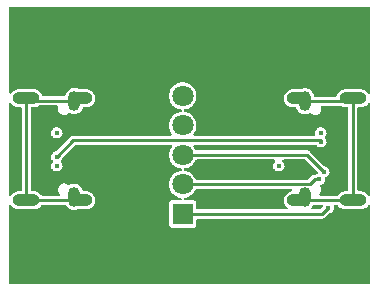
<source format=gbl>
G04 Layer: BottomLayer*
G04 EasyEDA v6.5.48, 2025-03-09 16:09:46*
G04 6742e224e03a4d3da3a366412f0f9112,b9277fd2045942759ab1a28cc0c323af,10*
G04 Gerber Generator version 0.2*
G04 Scale: 100 percent, Rotated: No, Reflected: No *
G04 Dimensions in millimeters *
G04 leading zeros omitted , absolute positions ,4 integer and 5 decimal *
%FSLAX45Y45*%
%MOMM*%

%ADD10C,0.2540*%
%ADD11R,1.8000X1.8000*%
%ADD12C,1.8000*%
%ADD13O,2.2999954X0.9999979999999999*%
%ADD14O,1.9500088X0.9999979999999999*%
%ADD15O,0.9999979999999999X1.6999966*%
%ADD16C,0.4500*%
%ADD17C,0.0170*%

%LPD*%
G36*
X2313178Y5708904D02*
G01*
X2309266Y5709716D01*
X2305913Y5711952D01*
X2303729Y5715304D01*
X2302052Y5719673D01*
X2295042Y5732424D01*
X2286457Y5744159D01*
X2276500Y5754776D01*
X2265273Y5764072D01*
X2253030Y5771845D01*
X2239822Y5778042D01*
X2226005Y5782564D01*
X2211476Y5785307D01*
X2207818Y5786831D01*
X2204974Y5789625D01*
X2203450Y5793333D01*
X2203450Y5797296D01*
X2204974Y5800953D01*
X2207818Y5803798D01*
X2211476Y5805271D01*
X2226005Y5808065D01*
X2239822Y5812536D01*
X2253030Y5818733D01*
X2265273Y5826556D01*
X2276500Y5835802D01*
X2286457Y5846419D01*
X2295042Y5858205D01*
X2302052Y5870956D01*
X2303729Y5875274D01*
X2305913Y5878626D01*
X2309266Y5880912D01*
X2313178Y5881674D01*
X2969666Y5881674D01*
X2973628Y5880862D01*
X2976930Y5878576D01*
X2979115Y5875172D01*
X2979826Y5871210D01*
X2978912Y5867298D01*
X2976524Y5863996D01*
X2974136Y5861862D01*
X2968802Y5854750D01*
X2964789Y5846775D01*
X2962351Y5838190D01*
X2961538Y5829300D01*
X2962351Y5820410D01*
X2964789Y5811824D01*
X2968802Y5803849D01*
X2974136Y5796737D01*
X2980740Y5790692D01*
X2988360Y5786018D01*
X2996641Y5782767D01*
X3005429Y5781141D01*
X3014370Y5781141D01*
X3023158Y5782767D01*
X3031439Y5786018D01*
X3039059Y5790692D01*
X3045663Y5796737D01*
X3050997Y5803849D01*
X3055010Y5811824D01*
X3057448Y5820410D01*
X3058261Y5829300D01*
X3057448Y5838190D01*
X3055010Y5846775D01*
X3050997Y5854750D01*
X3045663Y5861862D01*
X3043275Y5863996D01*
X3040888Y5867298D01*
X3039973Y5871210D01*
X3040684Y5875172D01*
X3042869Y5878576D01*
X3046171Y5880862D01*
X3050133Y5881674D01*
X3228898Y5881674D01*
X3232810Y5880912D01*
X3236112Y5878728D01*
X3338423Y5776366D01*
X3340658Y5773013D01*
X3341420Y5769102D01*
X3340557Y5765190D01*
X3338271Y5761888D01*
X3334918Y5759704D01*
X3331260Y5758281D01*
X3326129Y5755132D01*
X3323590Y5754014D01*
X3320796Y5753608D01*
X3315208Y5753608D01*
X3307181Y5752795D01*
X3299968Y5750610D01*
X3293262Y5747054D01*
X3287064Y5741924D01*
X3256991Y5711901D01*
X3253689Y5709666D01*
X3249777Y5708904D01*
G37*

%LPD*%
G36*
X737362Y5575909D02*
G01*
X733094Y5576316D01*
X729386Y5578398D01*
X726846Y5581853D01*
X725932Y5586018D01*
X725932Y6351981D01*
X726846Y6356197D01*
X729386Y6359601D01*
X733094Y6361734D01*
X737362Y6362090D01*
X741375Y6360668D01*
X744474Y6357721D01*
X747217Y6353708D01*
X754938Y6345377D01*
X763828Y6338316D01*
X773633Y6332626D01*
X784199Y6328511D01*
X795274Y6325971D01*
X806958Y6325108D01*
X822807Y6325108D01*
X826668Y6324346D01*
X829970Y6322110D01*
X832154Y6318808D01*
X832967Y6314948D01*
X832967Y5623052D01*
X832154Y5619191D01*
X829970Y5615889D01*
X826668Y5613704D01*
X822807Y5612892D01*
X806958Y5612892D01*
X795274Y5612028D01*
X784199Y5609539D01*
X773633Y5605373D01*
X763828Y5599684D01*
X754938Y5592622D01*
X747217Y5584342D01*
X744474Y5580278D01*
X741375Y5577332D01*
G37*

%LPD*%
G36*
X3772662Y5573674D02*
G01*
X3768648Y5575096D01*
X3765550Y5578043D01*
X3761282Y5584291D01*
X3753561Y5592622D01*
X3744671Y5599684D01*
X3734866Y5605373D01*
X3724300Y5609488D01*
X3713276Y5612028D01*
X3701542Y5612892D01*
X3685743Y5612892D01*
X3681831Y5613654D01*
X3678529Y5615889D01*
X3676345Y5619191D01*
X3675583Y5623052D01*
X3675583Y6314897D01*
X3676345Y6318808D01*
X3678529Y6322110D01*
X3681831Y6324295D01*
X3685743Y6325057D01*
X3701542Y6325057D01*
X3713276Y6325971D01*
X3724300Y6328460D01*
X3734866Y6332626D01*
X3744671Y6338316D01*
X3753561Y6345377D01*
X3761282Y6353657D01*
X3765550Y6359956D01*
X3768648Y6362903D01*
X3772662Y6364325D01*
X3776929Y6363919D01*
X3780637Y6361836D01*
X3783177Y6358382D01*
X3784092Y6354216D01*
X3784092Y5583783D01*
X3783177Y5579567D01*
X3780637Y5576163D01*
X3776929Y5574030D01*
G37*

%LPD*%
G36*
X3295751Y5458714D02*
G01*
X3292043Y5459425D01*
X3288842Y5461406D01*
X3286607Y5464454D01*
X3285591Y5468112D01*
X3286048Y5471871D01*
X3287776Y5475173D01*
X3294075Y5483098D01*
X3300069Y5493461D01*
X3302355Y5496153D01*
X3305403Y5497931D01*
X3308858Y5498541D01*
X3371342Y5498490D01*
X3375050Y5497779D01*
X3378200Y5495848D01*
X3380435Y5492851D01*
X3381451Y5489244D01*
X3381146Y5485536D01*
X3379825Y5480913D01*
X3378809Y5478576D01*
X3377234Y5476544D01*
X3362401Y5461660D01*
X3359099Y5459476D01*
X3355187Y5458714D01*
G37*

%LPD*%
G36*
X2323084Y5458714D02*
G01*
X2319223Y5459476D01*
X2315921Y5461660D01*
X2313686Y5464962D01*
X2312924Y5468874D01*
X2312924Y5509514D01*
X2312212Y5515864D01*
X2310333Y5521299D01*
X2307234Y5526227D01*
X2303119Y5530291D01*
X2298242Y5533390D01*
X2292756Y5535269D01*
X2286457Y5535980D01*
X2217826Y5535980D01*
X2213660Y5536895D01*
X2210257Y5539384D01*
X2208123Y5543092D01*
X2207717Y5547360D01*
X2209088Y5551373D01*
X2211984Y5554472D01*
X2215946Y5556148D01*
X2226005Y5558078D01*
X2239822Y5562549D01*
X2253030Y5568746D01*
X2265273Y5576570D01*
X2276500Y5585815D01*
X2286457Y5596432D01*
X2295042Y5608218D01*
X2302052Y5620969D01*
X2303729Y5625287D01*
X2305913Y5628640D01*
X2309266Y5630875D01*
X2313178Y5631688D01*
X3111296Y5631688D01*
X3115411Y5630824D01*
X3118815Y5628335D01*
X3120948Y5624728D01*
X3121406Y5620562D01*
X3120136Y5616549D01*
X3117342Y5613400D01*
X3113532Y5611622D01*
X3105150Y5609691D01*
X3094583Y5605576D01*
X3084728Y5599887D01*
X3075889Y5592826D01*
X3068167Y5584494D01*
X3061766Y5575147D01*
X3056839Y5564936D01*
X3053537Y5554065D01*
X3051810Y5542838D01*
X3051810Y5531510D01*
X3053537Y5520283D01*
X3056839Y5509463D01*
X3061766Y5499252D01*
X3068167Y5489905D01*
X3075889Y5481574D01*
X3081832Y5476798D01*
X3084525Y5473598D01*
X3085642Y5469636D01*
X3085134Y5465521D01*
X3082950Y5461965D01*
X3079597Y5459526D01*
X3075533Y5458714D01*
G37*

%LPD*%
G36*
X736092Y4826508D02*
G01*
X732180Y4827270D01*
X728929Y4829505D01*
X726694Y4832756D01*
X725932Y4836668D01*
X725932Y5488025D01*
X726846Y5492191D01*
X729386Y5495645D01*
X733094Y5497728D01*
X737362Y5498084D01*
X741375Y5496661D01*
X744474Y5493715D01*
X747217Y5489702D01*
X754938Y5481370D01*
X763828Y5474309D01*
X773633Y5468620D01*
X784199Y5464505D01*
X795274Y5461965D01*
X806958Y5461101D01*
X936193Y5461101D01*
X947877Y5461965D01*
X958900Y5464505D01*
X969467Y5468620D01*
X979322Y5474309D01*
X988161Y5481370D01*
X995883Y5489702D01*
X998778Y5493969D01*
X1001064Y5496306D01*
X1003960Y5497880D01*
X1007160Y5498388D01*
X1201775Y5498388D01*
X1205230Y5497779D01*
X1208278Y5496001D01*
X1210564Y5493308D01*
X1214424Y5486603D01*
X1221486Y5477764D01*
X1229817Y5470042D01*
X1239164Y5463641D01*
X1249375Y5458714D01*
X1260246Y5455412D01*
X1271422Y5453684D01*
X1282801Y5453684D01*
X1293977Y5455412D01*
X1304848Y5458714D01*
X1310233Y5461050D01*
X1312519Y5461304D01*
X1380642Y5461304D01*
X1392326Y5462168D01*
X1403350Y5464708D01*
X1413916Y5468823D01*
X1423771Y5474512D01*
X1432610Y5481574D01*
X1440332Y5489905D01*
X1446733Y5499252D01*
X1451660Y5509514D01*
X1454962Y5520334D01*
X1456690Y5531561D01*
X1456690Y5542889D01*
X1454962Y5554116D01*
X1451660Y5564936D01*
X1446733Y5575147D01*
X1440332Y5584545D01*
X1432610Y5592826D01*
X1423771Y5599887D01*
X1413916Y5605576D01*
X1403350Y5609742D01*
X1392326Y5612231D01*
X1380642Y5613095D01*
X1359712Y5613095D01*
X1356360Y5613704D01*
X1353362Y5615330D01*
X1351076Y5617870D01*
X1345488Y5632297D01*
X1339799Y5642102D01*
X1332738Y5650992D01*
X1324406Y5658713D01*
X1315059Y5665063D01*
X1304848Y5669991D01*
X1293977Y5673344D01*
X1282801Y5675020D01*
X1271422Y5675020D01*
X1260246Y5673344D01*
X1249375Y5669991D01*
X1235862Y5663539D01*
X1232458Y5663234D01*
X1229106Y5664098D01*
X1226261Y5665978D01*
X1223314Y5668772D01*
X1215745Y5673801D01*
X1207312Y5677408D01*
X1198422Y5679440D01*
X1189329Y5679846D01*
X1180287Y5678627D01*
X1171600Y5675782D01*
X1163574Y5671464D01*
X1156462Y5665774D01*
X1150467Y5658916D01*
X1145794Y5651093D01*
X1142593Y5642559D01*
X1140968Y5633567D01*
X1140968Y5624474D01*
X1142593Y5615482D01*
X1145794Y5606948D01*
X1150467Y5599125D01*
X1156309Y5592470D01*
X1158240Y5589117D01*
X1158798Y5585307D01*
X1157884Y5581548D01*
X1155649Y5578398D01*
X1152398Y5576316D01*
X1148638Y5575604D01*
X1007211Y5575604D01*
X1003960Y5576112D01*
X1001064Y5577687D01*
X998778Y5580024D01*
X995883Y5584342D01*
X988161Y5592622D01*
X979322Y5599684D01*
X969467Y5605373D01*
X958900Y5609539D01*
X947877Y5612028D01*
X936193Y5612892D01*
X920343Y5612892D01*
X916432Y5613704D01*
X913130Y5615889D01*
X910945Y5619191D01*
X910183Y5623052D01*
X910183Y6314948D01*
X910945Y6318808D01*
X913130Y6322110D01*
X916432Y6324346D01*
X920343Y6325108D01*
X936193Y6325108D01*
X947877Y6325971D01*
X958900Y6328511D01*
X969467Y6332626D01*
X977392Y6337198D01*
X979830Y6338214D01*
X982471Y6338570D01*
X1133957Y6338570D01*
X1137767Y6337808D01*
X1141018Y6335674D01*
X1143254Y6332474D01*
X1144066Y6328664D01*
X1143457Y6324854D01*
X1142593Y6322517D01*
X1140968Y6313576D01*
X1140968Y6304432D01*
X1142593Y6295491D01*
X1145794Y6286957D01*
X1150467Y6279083D01*
X1156462Y6272225D01*
X1163574Y6266535D01*
X1171600Y6262217D01*
X1180287Y6259423D01*
X1189329Y6258204D01*
X1198422Y6258610D01*
X1207312Y6260642D01*
X1215745Y6264198D01*
X1223314Y6269228D01*
X1228598Y6274257D01*
X1232052Y6276441D01*
X1236065Y6277051D01*
X1240028Y6276086D01*
X1249375Y6271564D01*
X1260246Y6268212D01*
X1271422Y6266535D01*
X1282801Y6266535D01*
X1293977Y6268212D01*
X1304848Y6271564D01*
X1315059Y6276441D01*
X1324406Y6282842D01*
X1332738Y6290564D01*
X1339799Y6299454D01*
X1345488Y6309258D01*
X1349095Y6318453D01*
X1351280Y6321856D01*
X1354582Y6324092D01*
X1358544Y6324904D01*
X1380642Y6324904D01*
X1392326Y6325768D01*
X1403350Y6328308D01*
X1413916Y6332423D01*
X1423771Y6338112D01*
X1432610Y6345174D01*
X1440332Y6353505D01*
X1446733Y6362852D01*
X1451660Y6373063D01*
X1454962Y6383934D01*
X1456690Y6395161D01*
X1456690Y6406489D01*
X1454962Y6417716D01*
X1451660Y6428536D01*
X1446733Y6438747D01*
X1440332Y6448094D01*
X1432610Y6456426D01*
X1423771Y6463487D01*
X1413916Y6469176D01*
X1403350Y6473291D01*
X1392326Y6475831D01*
X1380642Y6476695D01*
X1319834Y6476695D01*
X1315415Y6477711D01*
X1304848Y6482791D01*
X1293977Y6486144D01*
X1282801Y6487871D01*
X1271422Y6487871D01*
X1260246Y6486144D01*
X1249375Y6482791D01*
X1239164Y6477914D01*
X1229817Y6471513D01*
X1221486Y6463792D01*
X1214424Y6454902D01*
X1208735Y6445097D01*
X1204620Y6434531D01*
X1202131Y6423660D01*
X1200810Y6420561D01*
X1198575Y6418021D01*
X1195578Y6416344D01*
X1192225Y6415786D01*
X1018692Y6415786D01*
X1014526Y6416700D01*
X1011072Y6419240D01*
X1008989Y6422948D01*
X1007211Y6428740D01*
X1002284Y6438950D01*
X995883Y6448298D01*
X988161Y6456629D01*
X979322Y6463690D01*
X969467Y6469380D01*
X958900Y6473494D01*
X947877Y6476034D01*
X936193Y6476898D01*
X806958Y6476898D01*
X795274Y6476034D01*
X784199Y6473494D01*
X773633Y6469380D01*
X763828Y6463690D01*
X754938Y6456629D01*
X747217Y6448298D01*
X744474Y6444284D01*
X741375Y6441338D01*
X737362Y6439916D01*
X733094Y6440322D01*
X729386Y6442405D01*
X726846Y6445859D01*
X725932Y6450025D01*
X725932Y7163816D01*
X726694Y7167727D01*
X728929Y7170978D01*
X732180Y7173214D01*
X736092Y7173975D01*
X3773932Y7173975D01*
X3777843Y7173214D01*
X3781094Y7170978D01*
X3783329Y7167727D01*
X3784092Y7163816D01*
X3784092Y6447739D01*
X3783177Y6443573D01*
X3780637Y6440119D01*
X3776929Y6438036D01*
X3772662Y6437680D01*
X3768648Y6439103D01*
X3765550Y6442049D01*
X3761282Y6448298D01*
X3753561Y6456629D01*
X3744671Y6463690D01*
X3734866Y6469380D01*
X3724300Y6473494D01*
X3713276Y6476034D01*
X3701542Y6476898D01*
X3572306Y6476898D01*
X3560622Y6476034D01*
X3549599Y6473494D01*
X3539032Y6469380D01*
X3529177Y6463690D01*
X3520338Y6456629D01*
X3512616Y6448298D01*
X3506215Y6438950D01*
X3501288Y6428689D01*
X3498443Y6419392D01*
X3496360Y6415684D01*
X3492906Y6413144D01*
X3488740Y6412230D01*
X3316274Y6412230D01*
X3312922Y6412788D01*
X3309924Y6414465D01*
X3307689Y6417005D01*
X3306368Y6420104D01*
X3303879Y6430975D01*
X3299764Y6441541D01*
X3294075Y6451396D01*
X3287014Y6460236D01*
X3278682Y6467957D01*
X3269335Y6474358D01*
X3259124Y6479286D01*
X3248253Y6482588D01*
X3237077Y6484315D01*
X3225698Y6484315D01*
X3214522Y6482588D01*
X3203651Y6479286D01*
X3198266Y6476949D01*
X3195980Y6476695D01*
X3127857Y6476695D01*
X3116173Y6475831D01*
X3105150Y6473291D01*
X3094583Y6469176D01*
X3084728Y6463487D01*
X3075889Y6456426D01*
X3068167Y6448094D01*
X3061766Y6438747D01*
X3056839Y6428486D01*
X3053537Y6417665D01*
X3051810Y6406438D01*
X3051810Y6395110D01*
X3053537Y6383883D01*
X3056839Y6373063D01*
X3061766Y6362852D01*
X3068167Y6353454D01*
X3075889Y6345174D01*
X3084728Y6338112D01*
X3094583Y6332423D01*
X3105150Y6328257D01*
X3116173Y6325768D01*
X3127857Y6324854D01*
X3148787Y6324854D01*
X3152140Y6324295D01*
X3155137Y6322669D01*
X3157423Y6320129D01*
X3163011Y6305702D01*
X3168700Y6295898D01*
X3175762Y6287008D01*
X3184093Y6279286D01*
X3193440Y6272936D01*
X3203651Y6268008D01*
X3214522Y6264656D01*
X3225698Y6262979D01*
X3237077Y6262979D01*
X3248253Y6264656D01*
X3259124Y6268008D01*
X3269335Y6272936D01*
X3273298Y6274562D01*
X3277565Y6274358D01*
X3281375Y6272479D01*
X3288842Y6266535D01*
X3296869Y6262217D01*
X3305556Y6259372D01*
X3314598Y6258153D01*
X3323691Y6258560D01*
X3332581Y6260592D01*
X3341014Y6264198D01*
X3348583Y6269228D01*
X3355187Y6275527D01*
X3360572Y6282893D01*
X3364484Y6291122D01*
X3366922Y6299911D01*
X3367735Y6308953D01*
X3366922Y6318046D01*
X3365804Y6322161D01*
X3365500Y6325870D01*
X3366515Y6329426D01*
X3368801Y6332372D01*
X3371951Y6334353D01*
X3375609Y6335014D01*
X3532174Y6335014D01*
X3534765Y6334658D01*
X3539032Y6332626D01*
X3549599Y6328460D01*
X3560622Y6325971D01*
X3572306Y6325057D01*
X3588207Y6325057D01*
X3592068Y6324295D01*
X3595370Y6322110D01*
X3597554Y6318808D01*
X3598367Y6314897D01*
X3598367Y5623052D01*
X3597554Y5619191D01*
X3595370Y5615889D01*
X3592068Y5613654D01*
X3588207Y5612892D01*
X3572306Y5612892D01*
X3560622Y5612028D01*
X3549599Y5609488D01*
X3539032Y5605373D01*
X3529177Y5599684D01*
X3520338Y5592622D01*
X3512616Y5584291D01*
X3509721Y5580075D01*
X3507486Y5577687D01*
X3504590Y5576163D01*
X3501339Y5575604D01*
X3359759Y5575706D01*
X3355848Y5576519D01*
X3352546Y5578754D01*
X3350361Y5582107D01*
X3349650Y5586018D01*
X3350463Y5589930D01*
X3352749Y5593232D01*
X3355187Y5595518D01*
X3360572Y5602884D01*
X3364484Y5611114D01*
X3366922Y5619902D01*
X3367735Y5628995D01*
X3366922Y5638088D01*
X3364484Y5646877D01*
X3360724Y5654700D01*
X3359759Y5658713D01*
X3360470Y5662828D01*
X3362756Y5666282D01*
X3366211Y5668568D01*
X3374339Y5671718D01*
X3381959Y5676392D01*
X3388563Y5682437D01*
X3393897Y5689549D01*
X3397910Y5697524D01*
X3400348Y5706110D01*
X3401161Y5715000D01*
X3400450Y5722620D01*
X3401009Y5726938D01*
X3403295Y5730646D01*
X3406901Y5733034D01*
X3412439Y5735218D01*
X3420059Y5739892D01*
X3426663Y5745937D01*
X3431997Y5753049D01*
X3436010Y5761024D01*
X3438448Y5769610D01*
X3439261Y5778500D01*
X3438448Y5787390D01*
X3436010Y5795975D01*
X3431997Y5803950D01*
X3426663Y5811062D01*
X3420059Y5817108D01*
X3412439Y5821781D01*
X3404158Y5825032D01*
X3400907Y5825642D01*
X3398012Y5826607D01*
X3395573Y5828436D01*
X3276752Y5947257D01*
X3270503Y5952337D01*
X3263849Y5955944D01*
X3256635Y5958128D01*
X3248609Y5958890D01*
X2313178Y5958890D01*
X2309266Y5959703D01*
X2305913Y5961938D01*
X2303729Y5965342D01*
X2302052Y5969660D01*
X2295042Y5982411D01*
X2289149Y5990437D01*
X2287422Y5994552D01*
X2287524Y5998972D01*
X2289556Y6002883D01*
X2293061Y6005626D01*
X2297379Y6006592D01*
X3319678Y6006592D01*
X3322726Y6006134D01*
X3325520Y6004712D01*
X3327755Y6002578D01*
X3329736Y5999937D01*
X3336340Y5993892D01*
X3343960Y5989218D01*
X3352241Y5985967D01*
X3361029Y5984341D01*
X3369970Y5984341D01*
X3378758Y5985967D01*
X3387039Y5989218D01*
X3394659Y5993892D01*
X3401263Y5999937D01*
X3406597Y6007049D01*
X3410610Y6015024D01*
X3413048Y6023610D01*
X3413861Y6032500D01*
X3413048Y6041390D01*
X3410610Y6049975D01*
X3406597Y6057950D01*
X3401720Y6064453D01*
X3399891Y6068415D01*
X3399891Y6072784D01*
X3401720Y6076746D01*
X3406597Y6083249D01*
X3410610Y6091224D01*
X3413048Y6099810D01*
X3413861Y6108700D01*
X3413048Y6117590D01*
X3410610Y6126175D01*
X3406597Y6134150D01*
X3401263Y6141262D01*
X3394659Y6147308D01*
X3387039Y6151981D01*
X3378758Y6155232D01*
X3369970Y6156858D01*
X3361029Y6156858D01*
X3352241Y6155232D01*
X3343960Y6151981D01*
X3336340Y6147308D01*
X3329736Y6141262D01*
X3324402Y6134150D01*
X3320389Y6126175D01*
X3317951Y6117590D01*
X3317138Y6108700D01*
X3317951Y6099810D01*
X3318814Y6096762D01*
X3319170Y6093053D01*
X3318154Y6089446D01*
X3315919Y6086449D01*
X3312718Y6084519D01*
X3309061Y6083808D01*
X2297226Y6083808D01*
X2292908Y6084773D01*
X2289403Y6087516D01*
X2287371Y6091428D01*
X2287270Y6095847D01*
X2288997Y6099962D01*
X2295042Y6108192D01*
X2302052Y6120942D01*
X2307386Y6134506D01*
X2310993Y6148578D01*
X2312822Y6163056D01*
X2312822Y6177584D01*
X2310993Y6192012D01*
X2307386Y6206134D01*
X2302052Y6219647D01*
X2295042Y6232398D01*
X2286457Y6244183D01*
X2276500Y6254800D01*
X2265273Y6264046D01*
X2253030Y6271869D01*
X2239822Y6278067D01*
X2226005Y6282537D01*
X2211476Y6285331D01*
X2207818Y6286804D01*
X2204974Y6289649D01*
X2203450Y6293307D01*
X2203450Y6297269D01*
X2204974Y6300978D01*
X2207818Y6303772D01*
X2211476Y6305296D01*
X2226005Y6308039D01*
X2239822Y6312560D01*
X2253030Y6318758D01*
X2265273Y6326530D01*
X2276500Y6335826D01*
X2286457Y6346444D01*
X2295042Y6358178D01*
X2302052Y6370929D01*
X2307386Y6384493D01*
X2310993Y6398564D01*
X2312822Y6413042D01*
X2312822Y6427571D01*
X2310993Y6441998D01*
X2307386Y6456121D01*
X2302052Y6469634D01*
X2295042Y6482384D01*
X2286457Y6494170D01*
X2276500Y6504787D01*
X2265273Y6514033D01*
X2253030Y6521856D01*
X2239822Y6528054D01*
X2226005Y6532524D01*
X2211679Y6535267D01*
X2197150Y6536181D01*
X2182672Y6535267D01*
X2168347Y6532524D01*
X2154529Y6528054D01*
X2141321Y6521856D01*
X2129078Y6514033D01*
X2117852Y6504787D01*
X2107895Y6494170D01*
X2099310Y6482384D01*
X2092299Y6469634D01*
X2086965Y6456121D01*
X2083358Y6441998D01*
X2081530Y6427571D01*
X2081530Y6413042D01*
X2083358Y6398564D01*
X2086965Y6384493D01*
X2092299Y6370929D01*
X2099310Y6358178D01*
X2107895Y6346444D01*
X2117852Y6335826D01*
X2129078Y6326530D01*
X2141321Y6318758D01*
X2154529Y6312560D01*
X2168347Y6308039D01*
X2182876Y6305296D01*
X2186533Y6303772D01*
X2189378Y6300978D01*
X2190902Y6297269D01*
X2190902Y6293307D01*
X2189378Y6289649D01*
X2186533Y6286804D01*
X2182876Y6285331D01*
X2168347Y6282537D01*
X2154529Y6278067D01*
X2141321Y6271869D01*
X2129078Y6264046D01*
X2117852Y6254800D01*
X2107895Y6244183D01*
X2099310Y6232398D01*
X2092299Y6219647D01*
X2086965Y6206134D01*
X2083358Y6192012D01*
X2081530Y6177584D01*
X2081530Y6163056D01*
X2083358Y6148578D01*
X2086965Y6134506D01*
X2092299Y6120942D01*
X2099310Y6108192D01*
X2105355Y6099962D01*
X2107082Y6095847D01*
X2106980Y6091428D01*
X2104948Y6087516D01*
X2101443Y6084773D01*
X2097125Y6083808D01*
X1270508Y6083808D01*
X1262481Y6082995D01*
X1255268Y6080810D01*
X1248562Y6077254D01*
X1242364Y6072124D01*
X1125626Y5955436D01*
X1123188Y5953607D01*
X1120292Y5952642D01*
X1117041Y5952032D01*
X1108760Y5948781D01*
X1101140Y5944108D01*
X1094536Y5938062D01*
X1089202Y5930950D01*
X1085189Y5922975D01*
X1082751Y5914390D01*
X1081938Y5905500D01*
X1082751Y5896610D01*
X1085189Y5888024D01*
X1089202Y5880049D01*
X1094079Y5873546D01*
X1095908Y5869584D01*
X1095908Y5865215D01*
X1094079Y5861253D01*
X1089202Y5854750D01*
X1085189Y5846775D01*
X1082751Y5838190D01*
X1081938Y5829300D01*
X1082751Y5820410D01*
X1085189Y5811824D01*
X1089202Y5803849D01*
X1094536Y5796737D01*
X1101140Y5790692D01*
X1108760Y5786018D01*
X1117041Y5782767D01*
X1125829Y5781141D01*
X1134770Y5781141D01*
X1143558Y5782767D01*
X1151839Y5786018D01*
X1159459Y5790692D01*
X1166063Y5796737D01*
X1171397Y5803849D01*
X1175410Y5811824D01*
X1177848Y5820410D01*
X1178661Y5829300D01*
X1177848Y5838190D01*
X1175410Y5846775D01*
X1171397Y5854750D01*
X1166520Y5861253D01*
X1164691Y5865215D01*
X1164691Y5869584D01*
X1166520Y5873546D01*
X1171397Y5880049D01*
X1175410Y5888024D01*
X1177848Y5896610D01*
X1178864Y5898997D01*
X1180439Y5901029D01*
X1283004Y6003594D01*
X1286306Y6005830D01*
X1290218Y6006592D01*
X2096973Y6006592D01*
X2101291Y6005626D01*
X2104796Y6002883D01*
X2106828Y5998972D01*
X2106930Y5994552D01*
X2105202Y5990437D01*
X2099310Y5982411D01*
X2092299Y5969660D01*
X2086965Y5956096D01*
X2083358Y5942025D01*
X2081530Y5927547D01*
X2081530Y5913018D01*
X2083358Y5898591D01*
X2086965Y5884468D01*
X2092299Y5870956D01*
X2099310Y5858205D01*
X2107895Y5846419D01*
X2117852Y5835802D01*
X2129078Y5826556D01*
X2141321Y5818733D01*
X2154529Y5812536D01*
X2168347Y5808065D01*
X2182876Y5805271D01*
X2186533Y5803798D01*
X2189378Y5800953D01*
X2190902Y5797296D01*
X2190902Y5793333D01*
X2189378Y5789625D01*
X2186533Y5786831D01*
X2182876Y5785307D01*
X2168347Y5782564D01*
X2154529Y5778042D01*
X2141321Y5771845D01*
X2129078Y5764072D01*
X2117852Y5754776D01*
X2107895Y5744159D01*
X2099310Y5732424D01*
X2092299Y5719673D01*
X2086965Y5706110D01*
X2083358Y5692038D01*
X2081530Y5677560D01*
X2081530Y5663031D01*
X2083358Y5648604D01*
X2086965Y5634482D01*
X2092299Y5620969D01*
X2099310Y5608218D01*
X2107895Y5596432D01*
X2117852Y5585815D01*
X2129078Y5576570D01*
X2141321Y5568746D01*
X2154529Y5562549D01*
X2168347Y5558078D01*
X2178405Y5556148D01*
X2182368Y5554472D01*
X2185263Y5551373D01*
X2186635Y5547360D01*
X2186228Y5543092D01*
X2184095Y5539384D01*
X2180691Y5536895D01*
X2176526Y5535980D01*
X2107590Y5535980D01*
X2101291Y5535269D01*
X2095804Y5533390D01*
X2090928Y5530291D01*
X2086813Y5526227D01*
X2083714Y5521299D01*
X2081834Y5515864D01*
X2081123Y5509514D01*
X2081123Y5330647D01*
X2081834Y5324348D01*
X2083714Y5318861D01*
X2086813Y5313984D01*
X2090928Y5309870D01*
X2095804Y5306822D01*
X2101291Y5304891D01*
X2107590Y5304180D01*
X2286457Y5304180D01*
X2292756Y5304891D01*
X2298242Y5306822D01*
X2303119Y5309870D01*
X2307234Y5313984D01*
X2310333Y5318861D01*
X2312212Y5324348D01*
X2312924Y5330647D01*
X2312924Y5371338D01*
X2313686Y5375198D01*
X2315921Y5378500D01*
X2319223Y5380736D01*
X2323084Y5381498D01*
X3374898Y5381498D01*
X3382924Y5382260D01*
X3390137Y5384444D01*
X3396792Y5388051D01*
X3403041Y5393131D01*
X3432048Y5422138D01*
X3434486Y5423916D01*
X3437331Y5424932D01*
X3440582Y5425541D01*
X3448913Y5428742D01*
X3456482Y5433466D01*
X3463086Y5439460D01*
X3468471Y5446572D01*
X3472434Y5454599D01*
X3474872Y5463184D01*
X3475736Y5472074D01*
X3474872Y5480964D01*
X3473602Y5485485D01*
X3473246Y5489194D01*
X3474262Y5492800D01*
X3476548Y5495798D01*
X3479698Y5497728D01*
X3483356Y5498439D01*
X3501288Y5498388D01*
X3504539Y5497880D01*
X3507435Y5496356D01*
X3509670Y5493969D01*
X3512616Y5489702D01*
X3520338Y5481370D01*
X3529177Y5474309D01*
X3539032Y5468620D01*
X3549599Y5464505D01*
X3560622Y5461965D01*
X3572306Y5461101D01*
X3701542Y5461101D01*
X3713276Y5461965D01*
X3724300Y5464505D01*
X3734866Y5468620D01*
X3744671Y5474309D01*
X3753561Y5481370D01*
X3761282Y5489702D01*
X3765550Y5495950D01*
X3768648Y5498896D01*
X3772662Y5500319D01*
X3776929Y5499912D01*
X3780637Y5497830D01*
X3783177Y5494375D01*
X3784092Y5490210D01*
X3784092Y4836668D01*
X3783329Y4832756D01*
X3781094Y4829505D01*
X3777843Y4827270D01*
X3773932Y4826508D01*
G37*

%LPC*%
G36*
X1125829Y6060541D02*
G01*
X1134770Y6060541D01*
X1143558Y6062167D01*
X1151839Y6065418D01*
X1159459Y6070092D01*
X1166063Y6076137D01*
X1171397Y6083249D01*
X1175410Y6091224D01*
X1177848Y6099810D01*
X1178661Y6108700D01*
X1177848Y6117590D01*
X1175410Y6126175D01*
X1171397Y6134150D01*
X1166063Y6141262D01*
X1159459Y6147308D01*
X1151839Y6151981D01*
X1143558Y6155232D01*
X1134770Y6156858D01*
X1125829Y6156858D01*
X1117041Y6155232D01*
X1108760Y6151981D01*
X1101140Y6147308D01*
X1094536Y6141262D01*
X1089202Y6134150D01*
X1085189Y6126175D01*
X1082751Y6117590D01*
X1081938Y6108700D01*
X1082751Y6099810D01*
X1085189Y6091224D01*
X1089202Y6083249D01*
X1094536Y6076137D01*
X1101140Y6070092D01*
X1108760Y6065418D01*
X1117041Y6062167D01*
G37*

%LPD*%
D10*
X3352800Y5715000D02*
G01*
X3314700Y5715000D01*
X3269995Y5670295D01*
X2197100Y5670295D01*
X3390900Y5778500D02*
G01*
X3249104Y5920295D01*
X2197173Y5920295D01*
X3175000Y5537200D02*
G01*
X3637025Y5536945D01*
X3636949Y5536996D02*
G01*
X3636949Y6401003D01*
X3636949Y6401003D02*
G01*
X3609568Y6373621D01*
X3231388Y6373621D01*
X1277112Y5564378D02*
G01*
X1249730Y5536996D01*
X871550Y5536996D01*
X871550Y5536996D02*
G01*
X871550Y6401003D01*
X871550Y6401003D02*
G01*
X895375Y6377178D01*
X1277112Y6377178D01*
X1130300Y5905500D02*
G01*
X1270000Y6045200D01*
X3365500Y6045200D01*
X3365500Y6032500D01*
X3427354Y5472054D02*
G01*
X3375393Y5420093D01*
X2197023Y5420093D01*
D11*
G01*
X2197023Y5420080D03*
D12*
G01*
X2197176Y5670295D03*
G01*
X2197176Y5920282D03*
G01*
X2197176Y6170295D03*
G01*
X2197176Y6420281D03*
G01*
X2197176Y6670294D03*
D13*
G01*
X871550Y5536996D03*
G01*
X871550Y6401003D03*
D14*
G01*
X1333500Y5537200D03*
D15*
G01*
X1277112Y5564378D03*
D14*
G01*
X1333500Y6400800D03*
D15*
G01*
X1277112Y6377178D03*
D13*
G01*
X3636949Y6401003D03*
G01*
X3636949Y5536996D03*
D14*
G01*
X3175000Y6400800D03*
D15*
G01*
X3231388Y6373621D03*
D14*
G01*
X3175000Y5537200D03*
D15*
G01*
X3231388Y5560821D03*
D16*
G01*
X3352800Y5715000D03*
G01*
X3390900Y5778500D03*
G01*
X2819400Y5359400D03*
G01*
X3035300Y6299200D03*
G01*
X1130300Y5905500D03*
G01*
X3365500Y6032500D03*
G01*
X1130300Y5829300D03*
G01*
X1130300Y6108700D03*
G01*
X3365500Y6108700D03*
G01*
X3009900Y5829300D03*
G01*
X838200Y5156200D03*
G01*
X1130300Y5753100D03*
G01*
X1511300Y6235700D03*
G01*
X3427349Y5472048D03*
M02*

</source>
